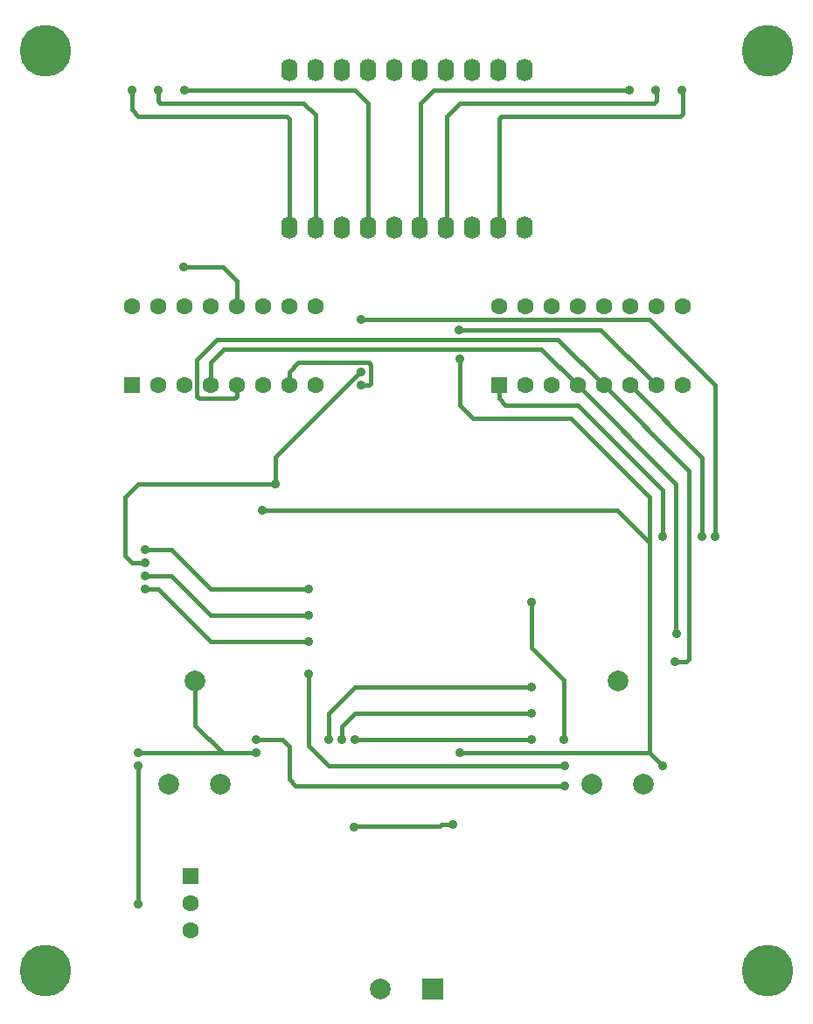
<source format=gtl>
G04*
G04 #@! TF.GenerationSoftware,Altium Limited,Altium Designer,21.5.1 (32)*
G04*
G04 Layer_Physical_Order=1*
G04 Layer_Color=255*
%FSLAX25Y25*%
%MOIN*%
G70*
G04*
G04 #@! TF.SameCoordinates,23847DC4-7520-4B4A-9137-17159688AF9F*
G04*
G04*
G04 #@! TF.FilePolarity,Positive*
G04*
G01*
G75*
%ADD21C,0.01575*%
%ADD22O,0.06299X0.08661*%
%ADD23R,0.06299X0.06299*%
%ADD24C,0.06299*%
%ADD25C,0.07874*%
%ADD26R,0.07874X0.07874*%
%ADD27C,0.19685*%
%ADD28C,0.03543*%
D21*
X162657Y350000D02*
X167657Y355000D01*
X162657Y302500D02*
Y350000D01*
X120000Y105157D02*
X127657Y97500D01*
X120000Y105157D02*
Y132500D01*
X177657Y235000D02*
Y252500D01*
Y235000D02*
X182658Y230000D01*
X143898Y243423D02*
Y250318D01*
X116240Y251240D02*
X142975D01*
X143898Y250318D01*
X139711Y247500D02*
X140000D01*
X107500Y215289D02*
X139711Y247500D01*
X140000Y242500D02*
X142975D01*
X143898Y243423D01*
X107500Y205000D02*
Y215289D01*
X82657Y165000D02*
X120158D01*
X67658Y180000D02*
X82657Y165000D01*
X67658Y170000D02*
X82657Y155000D01*
X120158D01*
X137677Y74587D02*
X142421D01*
X142579Y74744D01*
X137500Y74409D02*
X137677Y74587D01*
X112657Y247657D02*
X116240Y251240D01*
X112657Y242500D02*
Y247657D01*
X92658Y272500D02*
Y282343D01*
X87500Y287500D02*
X92658Y282343D01*
X72500Y287500D02*
X87500D01*
X102500Y195000D02*
X237657D01*
X142579Y74744D02*
X170157D01*
X170689Y75276D01*
X175079D01*
X205155Y107497D02*
X205157Y107500D01*
X137657Y117500D02*
X205157D01*
X137666Y107497D02*
X205155D01*
X127657Y97500D02*
X217657D01*
X127657Y107697D02*
Y117500D01*
Y107697D02*
X127854Y107500D01*
X215158Y260000D02*
X232658Y242500D01*
X231417Y263740D02*
X252658Y242500D01*
X77579Y252421D02*
X85158Y260000D01*
X177500Y263740D02*
X231417D01*
X85158Y260000D02*
X215158D01*
X82657Y251381D02*
X87674Y256398D01*
X222657Y242500D02*
X260157Y205000D01*
X87674Y256398D02*
X208760D01*
X222657Y242500D01*
X62657Y350922D02*
X63580Y350000D01*
X118281D01*
X52658Y347500D02*
Y355000D01*
X62657Y350922D02*
Y355000D01*
X72658D02*
X137657D01*
X55158Y205000D02*
X107500D01*
X205157Y142500D02*
X217500Y130157D01*
Y107500D02*
Y130157D01*
X252658Y350922D02*
Y355000D01*
X167657D02*
X242657D01*
X262657Y345922D02*
Y355000D01*
X251735Y350000D02*
X252658Y350922D01*
X76929Y113071D02*
X87500Y102500D01*
X55158D02*
X87500D01*
X76929Y113071D02*
Y130000D01*
X87500Y102500D02*
X100157D01*
X52658Y347500D02*
X55158Y345000D01*
X142657Y302500D02*
Y350000D01*
X137657Y355000D02*
X142657Y350000D01*
X118281D02*
X122658Y345623D01*
X55158Y345000D02*
X111735D01*
X112657Y302500D02*
Y344077D01*
X122658Y302500D02*
Y345623D01*
X111735Y345000D02*
X112657Y344077D01*
X172658Y345000D02*
X177657Y350000D01*
X172658Y302500D02*
Y345000D01*
X177657Y350000D02*
X251735D01*
X192657Y302500D02*
Y344077D01*
X193580Y345000D01*
X261735D01*
X262657Y345922D01*
X140157Y267500D02*
X250157D01*
X275157Y242500D01*
X220158Y230000D02*
X250157Y200000D01*
X182658Y230000D02*
X220158D01*
X195158Y235000D02*
X222657D01*
X192657Y237500D02*
X195158Y235000D01*
X222657D02*
X255157Y202500D01*
X192657Y237500D02*
Y242500D01*
X77579Y238422D02*
Y252421D01*
X237657Y195000D02*
X250157Y182500D01*
X205157Y142500D02*
Y160000D01*
X137657Y127500D02*
X205157D01*
X115157Y90000D02*
X217657D01*
X112657Y92500D02*
X115157Y90000D01*
X78501Y237500D02*
X91735D01*
X92658Y238422D02*
Y242500D01*
X91735Y237500D02*
X92658Y238422D01*
X77579D02*
X78501Y237500D01*
X82657Y242500D02*
Y251381D01*
X250157Y182500D02*
Y200000D01*
Y102500D02*
Y182500D01*
X177657Y102500D02*
X250157D01*
X255157Y97500D01*
Y185000D02*
Y202500D01*
X50157Y200000D02*
X55158Y205000D01*
X50157Y177500D02*
Y200000D01*
X100157Y107500D02*
X110158D01*
X112657Y92500D02*
Y105000D01*
X110158Y107500D02*
X112657Y105000D01*
X127657Y117500D02*
X137657Y127500D01*
X132761Y112604D02*
X137657Y117500D01*
X132761Y107604D02*
Y112604D01*
X265158Y138139D02*
Y210000D01*
X264235Y137216D02*
X265158Y138139D01*
X259874Y137216D02*
X264235D01*
X232658Y242500D02*
X265158Y210000D01*
X260157Y148068D02*
X260441Y147784D01*
X260157Y148068D02*
Y205000D01*
X270158Y185000D02*
Y215000D01*
X242657Y242500D02*
X270158Y215000D01*
X275157Y185000D02*
Y242500D01*
X132663Y107506D02*
X132761Y107604D01*
X137663Y107494D02*
X137666Y107497D01*
X55158Y45000D02*
Y97500D01*
X50157Y177500D02*
X52658Y175000D01*
X57657D01*
Y180000D02*
X67658D01*
X57657Y165000D02*
X62657D01*
X82657Y145000D01*
X120158D01*
X57657Y170000D02*
X67658D01*
D22*
X112657Y302500D02*
D03*
Y362500D02*
D03*
X122658Y302500D02*
D03*
Y362500D02*
D03*
X132658D02*
D03*
Y302500D02*
D03*
X142657Y362500D02*
D03*
Y302500D02*
D03*
X152657D02*
D03*
Y362500D02*
D03*
X162500Y302500D02*
D03*
Y362500D02*
D03*
X172500Y302500D02*
D03*
Y362500D02*
D03*
X182500D02*
D03*
Y302500D02*
D03*
X192500Y362500D02*
D03*
Y302500D02*
D03*
X202500D02*
D03*
Y362500D02*
D03*
D23*
X52658Y242500D02*
D03*
X192657D02*
D03*
X75157Y55472D02*
D03*
D24*
X62657Y242500D02*
D03*
X72658D02*
D03*
X82657D02*
D03*
X92658D02*
D03*
X102657D02*
D03*
X112657D02*
D03*
X122658D02*
D03*
X52658Y272500D02*
D03*
X62657D02*
D03*
X72658D02*
D03*
X82657D02*
D03*
X92658D02*
D03*
X102657D02*
D03*
X112657D02*
D03*
X122658D02*
D03*
X262657D02*
D03*
X252658D02*
D03*
X242657D02*
D03*
X232658D02*
D03*
X222657D02*
D03*
X212657D02*
D03*
X202658D02*
D03*
X192657D02*
D03*
X262657Y242500D02*
D03*
X252658D02*
D03*
X242657D02*
D03*
X232658D02*
D03*
X222657D02*
D03*
X212657D02*
D03*
X202658D02*
D03*
X75157Y35000D02*
D03*
Y45236D02*
D03*
D25*
X247843Y90630D02*
D03*
X228157D02*
D03*
X238158Y130000D02*
D03*
X147500Y12500D02*
D03*
X76929Y130000D02*
D03*
X66929Y90630D02*
D03*
X86614D02*
D03*
D26*
X167500Y12500D02*
D03*
D27*
X295276Y19685D02*
D03*
Y370079D02*
D03*
X19685D02*
D03*
Y19685D02*
D03*
D28*
X120000Y132500D02*
D03*
X177657Y252500D02*
D03*
X140000Y247500D02*
D03*
Y242500D02*
D03*
X120158Y165000D02*
D03*
X137500Y74409D02*
D03*
X72500Y287500D02*
D03*
X102500Y195000D02*
D03*
X175079Y75276D02*
D03*
X205157Y107500D02*
D03*
Y117500D02*
D03*
X217657Y97500D02*
D03*
X259874Y137216D02*
D03*
X127854Y107500D02*
D03*
X177500Y263740D02*
D03*
X72658Y355000D02*
D03*
X52658D02*
D03*
X62657D02*
D03*
X107500Y205000D02*
D03*
X217500Y107500D02*
D03*
X252500Y355000D02*
D03*
X242500D02*
D03*
X262500D02*
D03*
X205157Y127500D02*
D03*
X217657Y90000D02*
D03*
X140157Y267500D02*
D03*
X255157Y185000D02*
D03*
X260441Y147784D02*
D03*
X270158Y185000D02*
D03*
X275157D02*
D03*
X137663Y107494D02*
D03*
X132663Y107506D02*
D03*
X177657Y102500D02*
D03*
X255157Y97500D02*
D03*
X205157Y160000D02*
D03*
X100157Y102500D02*
D03*
Y107500D02*
D03*
X55158Y97500D02*
D03*
Y45000D02*
D03*
Y102500D02*
D03*
X57657Y175000D02*
D03*
Y180000D02*
D03*
Y165000D02*
D03*
X120158Y145000D02*
D03*
X57657Y170000D02*
D03*
X120158Y155000D02*
D03*
M02*

</source>
